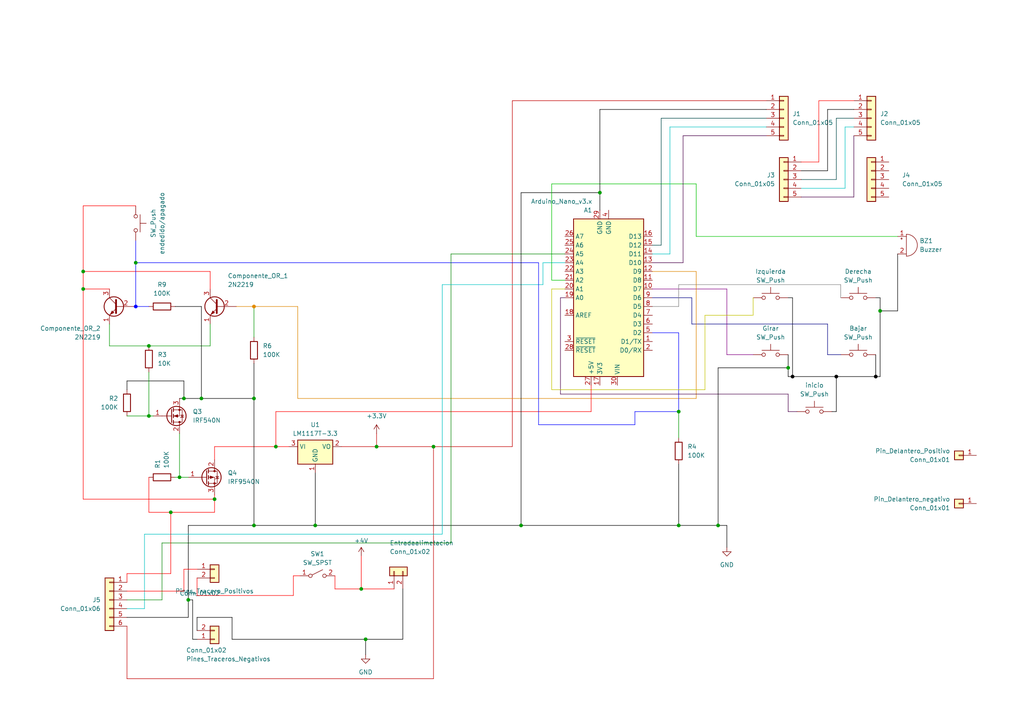
<source format=kicad_sch>
(kicad_sch (version 20230121) (generator eeschema)
  (paper "A4")
  (lib_symbols
    (symbol "Connector_Generic:Conn_01x01" (pin_names (offset 1.016) hide)
      (property "Reference" "J" (at 0 2.54 0))
      (property "Value" "Conn_01x01" (at 0 -2.54 0))
      (symbol "Conn_01x01_1_1"
        (rectangle (start -1.27 0.127) (end 0 -0.127) (stroke (width 0.1524)))
        (rectangle (start -1.27 1.27) (end 1.27 -1.27) (stroke (width 0.254)) (fill (type background)))
        (pin passive line (at -5.08 0 0) (length 3.81) (name "Pin_1") (number "1"))
      )
    )
    (symbol "Connector_Generic:Conn_01x02" (pin_names (offset 1.016) hide)
      (property "Reference" "J" (at 0 2.54 0))
      (property "Value" "Conn_01x02" (at 0 -5.08 0))
      (symbol "Conn_01x02_1_1"
        (rectangle (start -1.27 -2.413) (end 0 -2.667) (stroke (width 0.1524)))
        (rectangle (start -1.27 0.127) (end 0 -0.127) (stroke (width 0.1524)))
        (rectangle (start -1.27 1.27) (end 1.27 -3.81) (stroke (width 0.254)) (fill (type background)))
        (pin passive line (at -5.08 0 0) (length 3.81) (name "Pin_1") (number "1"))
        (pin passive line (at -5.08 -2.54 0) (length 3.81) (name "Pin_2") (number "2"))
      )
    )
    (symbol "Connector_Generic:Conn_01x05" (pin_names (offset 1.016) hide)
      (property "Reference" "J" (at 0 7.62 0))
      (property "Value" "Conn_01x05" (at 0 -7.62 0))
      (symbol "Conn_01x05_1_1"
        (rectangle (start -1.27 -4.953) (end 0 -5.207) (stroke (width 0.1524)))
        (rectangle (start -1.27 -2.413) (end 0 -2.667) (stroke (width 0.1524)))
        (rectangle (start -1.27 0.127) (end 0 -0.127) (stroke (width 0.1524)))
        (rectangle (start -1.27 2.667) (end 0 2.413) (stroke (width 0.1524)))
        (rectangle (start -1.27 5.207) (end 0 4.953) (stroke (width 0.1524)))
        (rectangle (start -1.27 6.35) (end 1.27 -6.35) (stroke (width 0.254)) (fill (type background)))
        (pin passive line (at -5.08 5.08 0) (length 3.81) (name "Pin_1") (number "1"))
        (pin passive line (at -5.08 2.54 0) (length 3.81) (name "Pin_2") (number "2"))
        (pin passive line (at -5.08 0 0) (length 3.81) (name "Pin_3") (number "3"))
        (pin passive line (at -5.08 -2.54 0) (length 3.81) (name "Pin_4") (number "4"))
        (pin passive line (at -5.08 -5.08 0) (length 3.81) (name "Pin_5") (number "5"))
      )
    )
    (symbol "Connector_Generic:Conn_01x06" (pin_names (offset 1.016) hide)
      (property "Reference" "J" (at 0 7.62 0))
      (property "Value" "Conn_01x06" (at 0 -10.16 0))
      (symbol "Conn_01x06_1_1"
        (rectangle (start -1.27 -7.493) (end 0 -7.747) (stroke (width 0.1524)))
        (rectangle (start -1.27 -4.953) (end 0 -5.207) (stroke (width 0.1524)))
        (rectangle (start -1.27 -2.413) (end 0 -2.667) (stroke (width 0.1524)))
        (rectangle (start -1.27 0.127) (end 0 -0.127) (stroke (width 0.1524)))
        (rectangle (start -1.27 2.667) (end 0 2.413) (stroke (width 0.1524)))
        (rectangle (start -1.27 5.207) (end 0 4.953) (stroke (width 0.1524)))
        (rectangle (start -1.27 6.35) (end 1.27 -8.89) (stroke (width 0.254)) (fill (type background)))
        (pin passive line (at -5.08 5.08 0) (length 3.81) (name "Pin_1") (number "1"))
        (pin passive line (at -5.08 2.54 0) (length 3.81) (name "Pin_2") (number "2"))
        (pin passive line (at -5.08 0 0) (length 3.81) (name "Pin_3") (number "3"))
        (pin passive line (at -5.08 -2.54 0) (length 3.81) (name "Pin_4") (number "4"))
        (pin passive line (at -5.08 -5.08 0) (length 3.81) (name "Pin_5") (number "5"))
        (pin passive line (at -5.08 -7.62 0) (length 3.81) (name "Pin_6") (number "6"))
      )
    )
    (symbol "Device:Buzzer" (pin_names (offset 0.0254) hide)
      (property "Reference" "BZ" (at 3.81 1.27 0))
      (property "Value" "Buzzer" (at 3.81 -1.27 0))
      (symbol "Buzzer_0_1"
        (arc (start 0 -3.175) (mid 3.1612 0) (end 0 3.175))
        (polyline (pts (xy -1.651 1.905) (xy -1.143 1.905)))
        (polyline (pts (xy -1.397 2.159) (xy -1.397 1.651)))
        (polyline (pts (xy 0 3.175) (xy 0 -3.175)))
      )
      (symbol "Buzzer_1_1"
        (pin passive line (at -2.54 2.54 0) (length 2.54) (name "+") (number "1"))
        (pin passive line (at -2.54 -2.54 0) (length 2.54) (name "-") (number "2"))
      )
    )
    (symbol "Device:R" (pin_numbers hide) (pin_names (offset 0))
      (property "Reference" "R" (at 2.032 0 90))
      (property "Value" "R" (at 0 0 90))
      (symbol "R_0_1"
        (rectangle (start -1.016 -2.54) (end 1.016 2.54) (stroke (width 0.254)))
      )
      (symbol "R_1_1"
        (pin passive line (at 0 3.81 270) (length 1.27) (name "~") (number "1"))
        (pin passive line (at 0 -3.81 90) (length 1.27) (name "~") (number "2"))
      )
    )
    (symbol "MCU_Module:Arduino_Nano_v3.x"
      (property "Reference" "A" (at -10.16 23.495 0))
      (property "Value" "Arduino_Nano_v3.x" (at 5.08 -24.13 0))
      (symbol "Arduino_Nano_v3.x_0_1"
        (rectangle (start -10.16 22.86) (end 10.16 -22.86) (stroke (width 0.254)) (fill (type background)))
      )
      (symbol "Arduino_Nano_v3.x_1_1"
        (pin bidirectional line (at -12.7 12.7 0) (length 2.54) (name "D1/TX") (number "1"))
        (pin bidirectional line (at -12.7 -2.54 0) (length 2.54) (name "D7") (number "10"))
        (pin bidirectional line (at -12.7 -5.08 0) (length 2.54) (name "D8") (number "11"))
        (pin bidirectional line (at -12.7 -7.62 0) (length 2.54) (name "D9") (number "12"))
        (pin bidirectional line (at -12.7 -10.16 0) (length 2.54) (name "D10") (number "13"))
        (pin bidirectional line (at -12.7 -12.7 0) (length 2.54) (name "D11") (number "14"))
        (pin bidirectional line (at -12.7 -15.24 0) (length 2.54) (name "D12") (number "15"))
        (pin bidirectional line (at -12.7 -17.78 0) (length 2.54) (name "D13") (number "16"))
        (pin power_out line (at 2.54 25.4 270) (length 2.54) (name "3V3") (number "17"))
        (pin input line (at 12.7 5.08 180) (length 2.54) (name "AREF") (number "18"))
        (pin bidirectional line (at 12.7 0 180) (length 2.54) (name "A0") (number "19"))
        (pin bidirectional line (at -12.7 15.24 0) (length 2.54) (name "D0/RX") (number "2"))
        (pin bidirectional line (at 12.7 -2.54 180) (length 2.54) (name "A1") (number "20"))
        (pin bidirectional line (at 12.7 -5.08 180) (length 2.54) (name "A2") (number "21"))
        (pin bidirectional line (at 12.7 -7.62 180) (length 2.54) (name "A3") (number "22"))
        (pin bidirectional line (at 12.7 -10.16 180) (length 2.54) (name "A4") (number "23"))
        (pin bidirectional line (at 12.7 -12.7 180) (length 2.54) (name "A5") (number "24"))
        (pin bidirectional line (at 12.7 -15.24 180) (length 2.54) (name "A6") (number "25"))
        (pin bidirectional line (at 12.7 -17.78 180) (length 2.54) (name "A7") (number "26"))
        (pin power_out line (at 5.08 25.4 270) (length 2.54) (name "+5V") (number "27"))
        (pin input line (at 12.7 15.24 180) (length 2.54) (name "~{RESET}") (number "28"))
        (pin power_in line (at 2.54 -25.4 90) (length 2.54) (name "GND") (number "29"))
        (pin input line (at 12.7 12.7 180) (length 2.54) (name "~{RESET}") (number "3"))
        (pin power_in line (at -2.54 25.4 270) (length 2.54) (name "VIN") (number "30"))
        (pin power_in line (at 0 -25.4 90) (length 2.54) (name "GND") (number "4"))
        (pin bidirectional line (at -12.7 10.16 0) (length 2.54) (name "D2") (number "5"))
        (pin bidirectional line (at -12.7 7.62 0) (length 2.54) (name "D3") (number "6"))
        (pin bidirectional line (at -12.7 5.08 0) (length 2.54) (name "D4") (number "7"))
        (pin bidirectional line (at -12.7 2.54 0) (length 2.54) (name "D5") (number "8"))
        (pin bidirectional line (at -12.7 0 0) (length 2.54) (name "D6") (number "9"))
      )
    )
    (symbol "Regulator_Linear:LM1117T-3.3"
      (property "Reference" "U" (at -3.81 3.175 0))
      (property "Value" "LM1117T-3.3" (at 0 3.175 0))
      (symbol "LM1117T-3.3_0_1"
        (rectangle (start -5.08 -5.08) (end 5.08 1.905) (stroke (width 0.254)) (fill (type background)))
      )
      (symbol "LM1117T-3.3_1_1"
        (pin power_in line (at 0 -7.62 90) (length 2.54) (name "GND") (number "1"))
        (pin power_out line (at 7.62 0 180) (length 2.54) (name "VO") (number "2"))
        (pin power_in line (at -7.62 0 0) (length 2.54) (name "VI") (number "3"))
      )
    )
    (symbol "Switch:SW_Push" (pin_numbers hide) (pin_names (offset 1.016) hide)
      (property "Reference" "SW" (at 1.27 2.54 0))
      (property "Value" "SW_Push" (at 0 -1.524 0))
      (symbol "SW_Push_0_1"
        (circle (center -2.032 0) (radius 0.508))
        (polyline (pts (xy 0 1.27) (xy 0 3.048)))
        (polyline (pts (xy 2.54 1.27) (xy -2.54 1.27)))
        (circle (center 2.032 0) (radius 0.508))
        (pin passive line (at -5.08 0 0) (length 2.54) (name "1") (number "1"))
        (pin passive line (at 5.08 0 180) (length 2.54) (name "2") (number "2"))
      )
    )
    (symbol "Switch:SW_SPST" (pin_names (offset 0) hide)
      (property "Reference" "SW" (at 0 3.175 0))
      (property "Value" "SW_SPST" (at 0 -2.54 0))
      (symbol "SW_SPST_0_0"
        (circle (center -2.032 0) (radius 0.508))
        (polyline (pts (xy -1.524 0.254) (xy 1.524 1.778)))
        (circle (center 2.032 0) (radius 0.508))
      )
      (symbol "SW_SPST_1_1"
        (pin passive line (at -5.08 0 0) (length 2.54) (name "A") (number "1"))
        (pin passive line (at 5.08 0 180) (length 2.54) (name "B") (number "2"))
      )
    )
    (symbol "Transistor_BJT:2N2219" (pin_names (offset 0) hide)
      (property "Reference" "Q" (at 5.08 1.905 0))
      (property "Value" "2N2219" (at 5.08 0 0))
      (symbol "2N2219_0_1"
        (polyline (pts (xy 0.635 0.635) (xy 2.54 2.54)))
        (polyline (pts (xy 0.635 -0.635) (xy 2.54 -2.54) (xy 2.54 -2.54)))
        (polyline (pts (xy 0.635 1.905) (xy 0.635 -1.905) (xy 0.635 -1.905)) (stroke (width 0.508)))
        (polyline (pts (xy 1.27 -1.778) (xy 1.778 -1.27) (xy 2.286 -2.286) (xy 1.27 -1.778) (xy 1.27 -1.778)) (fill (type outline)))
        (circle (center 1.27 0) (radius 2.8194) (stroke (width 0.254)))
      )
      (symbol "2N2219_1_1"
        (pin passive line (at 2.54 -5.08 90) (length 2.54) (name "E") (number "1"))
        (pin passive line (at -5.08 0 0) (length 5.715) (name "B") (number "2"))
        (pin passive line (at 2.54 5.08 270) (length 2.54) (name "C") (number "3"))
      )
    )
    (symbol "Transistor_FET:IRF540N" (pin_names hide)
      (property "Reference" "Q" (at 5.08 1.905 0))
      (property "Value" "IRF540N" (at 5.08 0 0))
      (symbol "IRF540N_0_1"
        (polyline (pts (xy 0.254 0) (xy -2.54 0)))
        (polyline (pts (xy 0.254 1.905) (xy 0.254 -1.905)) (stroke (width 0.254)))
        (polyline (pts (xy 0.762 -1.27) (xy 0.762 -2.286)) (stroke (width 0.254)))
        (polyline (pts (xy 0.762 0.508) (xy 0.762 -0.508)) (stroke (width 0.254)))
        (polyline (pts (xy 0.762 2.286) (xy 0.762 1.27)) (stroke (width 0.254)))
        (polyline (pts (xy 2.54 2.54) (xy 2.54 1.778)))
        (polyline (pts (xy 2.54 -2.54) (xy 2.54 0) (xy 0.762 0)))
        (polyline (pts (xy 0.762 -1.778) (xy 3.302 -1.778) (xy 3.302 1.778) (xy 0.762 1.778)))
        (polyline (pts (xy 1.016 0) (xy 2.032 0.381) (xy 2.032 -0.381) (xy 1.016 0)) (fill (type outline)))
        (polyline (pts (xy 2.794 0.508) (xy 2.921 0.381) (xy 3.683 0.381) (xy 3.81 0.254)))
        (polyline (pts (xy 3.302 0.381) (xy 2.921 -0.254) (xy 3.683 -0.254) (xy 3.302 0.381)))
        (circle (center 1.651 0) (radius 2.794) (stroke (width 0.254)))
        (circle (center 2.54 -1.778) (radius 0.254) (fill (type outline)))
        (circle (center 2.54 1.778) (radius 0.254) (fill (type outline)))
      )
      (symbol "IRF540N_1_1"
        (pin input line (at -5.08 0 0) (length 2.54) (name "G") (number "1"))
        (pin passive line (at 2.54 5.08 270) (length 2.54) (name "D") (number "2"))
        (pin passive line (at 2.54 -5.08 90) (length 2.54) (name "S") (number "3"))
      )
    )
    (symbol "Transistor_FET:IRF9540N" (pin_names hide)
      (property "Reference" "Q" (at 5.08 1.905 0))
      (property "Value" "IRF9540N" (at 5.08 0 0))
      (symbol "IRF9540N_0_1"
        (polyline (pts (xy 0.254 0) (xy -2.54 0)))
        (polyline (pts (xy 0.254 1.905) (xy 0.254 -1.905)) (stroke (width 0.254)))
        (polyline (pts (xy 0.762 -1.27) (xy 0.762 -2.286)) (stroke (width 0.254)))
        (polyline (pts (xy 0.762 0.508) (xy 0.762 -0.508)) (stroke (width 0.254)))
        (polyline (pts (xy 0.762 2.286) (xy 0.762 1.27)) (stroke (width 0.254)))
        (polyline (pts (xy 2.54 2.54) (xy 2.54 1.778)))
        (polyline (pts (xy 2.54 -2.54) (xy 2.54 0) (xy 0.762 0)))
        (polyline (pts (xy 0.762 1.778) (xy 3.302 1.778) (xy 3.302 -1.778) (xy 0.762 -1.778)))
        (polyline (pts (xy 2.286 0) (xy 1.27 0.381) (xy 1.27 -0.381) (xy 2.286 0)) (fill (type outline)))
        (polyline (pts (xy 2.794 -0.508) (xy 2.921 -0.381) (xy 3.683 -0.381) (xy 3.81 -0.254)))
        (polyline (pts (xy 3.302 -0.381) (xy 2.921 0.254) (xy 3.683 0.254) (xy 3.302 -0.381)))
        (circle (center 1.651 0) (radius 2.794) (stroke (width 0.254)))
        (circle (center 2.54 -1.778) (radius 0.254) (fill (type outline)))
        (circle (center 2.54 1.778) (radius 0.254) (fill (type outline)))
      )
      (symbol "IRF9540N_1_1"
        (pin input line (at -5.08 0 0) (length 2.54) (name "G") (number "1"))
        (pin passive line (at 2.54 5.08 270) (length 2.54) (name "D") (number "2"))
        (pin passive line (at 2.54 -5.08 90) (length 2.54) (name "S") (number "3"))
      )
    )
    (symbol "power:+3.3V" (power) (pin_names (offset 0))
      (property "Value" "+3.3V" (at 0 3.556 0))
      (symbol "+3.3V_0_1"
        (polyline (pts (xy -0.762 1.27) (xy 0 2.54)))
        (polyline (pts (xy 0 0) (xy 0 2.54)))
        (polyline (pts (xy 0 2.54) (xy 0.762 1.27)))
      )
      (symbol "+3.3V_1_1"
        (pin power_in line (at 0 0 90) (length 0) hide (name "+3.3V") (number "1"))
      )
    )
    (symbol "power:+4V" (power) (pin_names (offset 0))
      (property "Value" "+4V" (at 0 3.556 0))
      (symbol "+4V_0_1"
        (polyline (pts (xy -0.762 1.27) (xy 0 2.54)))
        (polyline (pts (xy 0 0) (xy 0 2.54)))
        (polyline (pts (xy 0 2.54) (xy 0.762 1.27)))
      )
      (symbol "+4V_1_1"
        (pin power_in line (at 0 0 90) (length 0) hide (name "+4V") (number "1"))
      )
    )
    (symbol "power:+5V" (power) (pin_names (offset 0))
      (property "Value" "+5V" (at 0 3.556 0))
      (symbol "+5V_0_1"
        (polyline (pts (xy -0.762 1.27) (xy 0 2.54)))
        (polyline (pts (xy 0 0) (xy 0 2.54)))
        (polyline (pts (xy 0 2.54) (xy 0.762 1.27)))
      )
      (symbol "+5V_1_1"
        (pin power_in line (at 0 0 90) (length 0) hide (name "+5V") (number "1"))
      )
    )
    (symbol "power:GND" (power) (pin_names (offset 0))
      (property "Value" "GND" (at 0 -3.81 0))
      (symbol "GND_0_1"
        (polyline (pts (xy 0 0) (xy 0 -1.27) (xy 1.27 -1.27) (xy 0 -2.54) (xy -1.27 -1.27) (xy 0 -1.27)))
      )
      (symbol "GND_1_1"
        (pin power_in line (at 0 0 270) (length 0) hide (name "GND") (number "1"))
      )
    )
  )
  (junction (at 73.66 88.9) (color 221 133 0 1))
  (junction (at 52.07 138.43))
  (junction (at 229.87 109.22) (color 0 0 0 1))
  (junction (at 91.44 152.4))
  (junction (at 73.66 152.4))
  (junction (at 196.85 152.4))
  (junction (at 43.18 100.33))
  (junction (at 242.57 109.22) (color 0 0 0 1))
  (junction (at 53.34 115.57))
  (junction (at 104.775 170.815))
  (junction (at 49.53 148.59))
  (junction (at 255.27 90.17))
  (junction (at 196.85 119.38))
  (junction (at 125.73 129.54))
  (junction (at 43.18 120.65))
  (junction (at 80.01 129.54))
  (junction (at 24.13 83.82))
  (junction (at 58.42 115.57))
  (junction (at 151.13 152.4))
  (junction (at 208.28 152.4))
  (junction (at 73.66 115.57))
  (junction (at 24.13 78.74))
  (junction (at 173.99 55.88))
  (junction (at 39.37 88.9) (color 0 0 255 1))
  (junction (at 54.61 173.99))
  (junction (at 109.22 129.54))
  (junction (at 254 109.22) (color 0 0 0 1))
  (junction (at 106.045 185.42))
  (junction (at 39.37 76.2))
  (junction (at 228.6 106.68))
  (junction (at 62.23 144.78))
  (wire (pts (xy 80.01 129.54) (xy 80.01 119.38)) (stroke (width 0) (color 255 0 0 1)))
  (wire (pts (xy 151.13 152.4) (xy 196.85 152.4)) (stroke (width 0) (color 0 0 0 1)))
  (wire (pts (xy 62.23 129.54) (xy 80.01 129.54)) (stroke (width 0) (color 255 0 0 1)))
  (wire (pts (xy 247.65 34.29) (xy 242.57 34.29)) (stroke (width 0) (color 0 72 72 1)))
  (wire (pts (xy 62.23 133.35) (xy 62.23 129.54)) (stroke (width 0) (color 255 0 0 1)))
  (wire (pts (xy 24.13 83.82) (xy 31.75 83.82)) (stroke (width 0) (color 255 0 0 1)))
  (wire (pts (xy 54.61 173.99) (xy 54.61 179.07)) (stroke (width 0) (color 0 0 0 1)))
  (wire (pts (xy 39.37 88.9) (xy 43.18 88.9)) (stroke (width 0) (color 0 0 255 1)))
  (wire (pts (xy 255.27 90.17) (xy 255.27 109.22)) (stroke (width 0) (color 0 0 0 1)))
  (wire (pts (xy 57.15 179.07) (xy 57.15 182.88)) (stroke (width 0) (color 0 0 0 1)))
  (wire (pts (xy 196.85 82.55) (xy 243.84 82.55)) (stroke (width 0) (color 132 132 132 1)))
  (wire (pts (xy 73.66 152.4) (xy 91.44 152.4)) (stroke (width 0) (color 0 0 0 1)))
  (wire (pts (xy 247.65 39.37) (xy 247.65 57.15)) (stroke (width 0) (color 72 0 72 1)))
  (wire (pts (xy 53.34 115.57) (xy 58.42 115.57)) (stroke (width 0) (color 0 0 0 1)))
  (wire (pts (xy 151.13 152.4) (xy 151.13 55.88)) (stroke (width 0) (color 0 0 0 1)))
  (wire (pts (xy 60.96 100.33) (xy 43.18 100.33)))
  (wire (pts (xy 194.31 36.83) (xy 194.31 73.66)) (stroke (width 0) (color 0 194 194 1)))
  (wire (pts (xy 204.47 113.03) (xy 160.02 113.03)) (stroke (width 0) (color 194 194 0 1)))
  (wire (pts (xy 53.34 165.1) (xy 53.34 171.45)) (stroke (width 0) (color 255 0 0 1)))
  (wire (pts (xy 53.34 115.57) (xy 53.34 110.49)) (stroke (width 0) (color 0 0 0 1)))
  (wire (pts (xy 228.6 114.3) (xy 162.56 114.3)) (stroke (width 0) (color 72 0 72 1)))
  (wire (pts (xy 128.27 82.55) (xy 128.27 154.94)) (stroke (width 0) (color 0 194 194 1)))
  (wire (pts (xy 242.57 109.22) (xy 254 109.22)) (stroke (width 0) (color 0 0 0 1)))
  (wire (pts (xy 245.11 54.61) (xy 245.11 36.83)) (stroke (width 0) (color 0 194 194 1)))
  (wire (pts (xy 62.23 148.59) (xy 49.53 148.59)) (stroke (width 0) (color 255 0 0 1)))
  (wire (pts (xy 157.48 76.2) (xy 157.48 82.55)) (stroke (width 0) (color 0 194 194 1)))
  (wire (pts (xy 36.83 120.65) (xy 43.18 120.65)))
  (wire (pts (xy 60.96 93.98) (xy 60.96 100.33)))
  (wire (pts (xy 184.15 123.19) (xy 156.21 123.19)) (stroke (width 0) (color 0 0 255 1)))
  (wire (pts (xy 160.02 81.28) (xy 160.02 53.34)) (stroke (width 0) (color 0 194 0 1)))
  (wire (pts (xy 196.85 152.4) (xy 208.28 152.4)) (stroke (width 0) (color 0 0 0 1)))
  (wire (pts (xy 231.14 119.38) (xy 228.6 119.38)) (stroke (width 0) (color 72 0 72 1)))
  (wire (pts (xy 160.02 83.82) (xy 163.83 83.82)) (stroke (width 0) (color 194 194 0 1)))
  (wire (pts (xy 228.6 119.38) (xy 228.6 114.3)) (stroke (width 0) (color 72 0 72 1)))
  (wire (pts (xy 52.07 125.73) (xy 52.07 138.43)))
  (wire (pts (xy 196.85 152.4) (xy 196.85 134.62)) (stroke (width 0) (color 0 0 0 1)))
  (wire (pts (xy 210.82 83.82) (xy 189.23 83.82)) (stroke (width 0) (color 132 0 132 1)))
  (wire (pts (xy 43.18 138.43) (xy 43.18 148.59)) (stroke (width 0) (color 255 0 0 1)))
  (wire (pts (xy 189.23 71.12) (xy 191.77 71.12)) (stroke (width 0) (color 0 72 72 1)))
  (wire (pts (xy 232.41 49.53) (xy 240.03 49.53)) (stroke (width 0) (color 0 0 0 1)))
  (wire (pts (xy 31.75 100.33) (xy 43.18 100.33)))
  (wire (pts (xy 229.87 86.36) (xy 229.87 109.22)) (stroke (width 0) (color 0 0 0 1)))
  (wire (pts (xy 49.53 148.59) (xy 43.18 148.59)) (stroke (width 0) (color 255 0 0 1)))
  (wire (pts (xy 254 109.22) (xy 255.27 109.22)) (stroke (width 0) (color 0 0 0 1)))
  (wire (pts (xy 173.99 55.88) (xy 173.99 31.75)) (stroke (width 0) (color 0 0 0 1)))
  (wire (pts (xy 125.73 196.85) (xy 36.83 196.85)) (stroke (width 0) (color 194 0 0 1)))
  (wire (pts (xy 173.99 55.88) (xy 173.99 60.96)) (stroke (width 0) (color 0 0 0 1)))
  (wire (pts (xy 54.61 173.99) (xy 55.88 173.99)) (stroke (width 0) (color 0 0 0 1)))
  (wire (pts (xy 52.07 138.43) (xy 54.61 138.43)))
  (wire (pts (xy 50.8 138.43) (xy 52.07 138.43)))
  (wire (pts (xy 73.66 105.41) (xy 73.66 115.57)) (stroke (width 0) (color 0 0 0 1)))
  (wire (pts (xy 49.53 166.37) (xy 36.83 166.37)) (stroke (width 0) (color 255 0 0 1)))
  (wire (pts (xy 99.06 129.54) (xy 109.22 129.54)) (stroke (width 0) (color 194 0 0 1)))
  (wire (pts (xy 201.93 68.58) (xy 260.35 68.58)) (stroke (width 0) (color 0 194 0 1)))
  (wire (pts (xy 255.27 90.17) (xy 260.35 90.17)) (stroke (width 0) (color 0 0 0 1)))
  (wire (pts (xy 58.42 115.57) (xy 58.42 88.9)) (stroke (width 0) (color 0 0 0 1)))
  (wire (pts (xy 210.82 102.87) (xy 210.82 83.82)) (stroke (width 0) (color 132 0 132 1)))
  (wire (pts (xy 36.83 173.99) (xy 46.99 173.99)) (stroke (width 0) (color 0 132 0 1)))
  (wire (pts (xy 36.83 176.53) (xy 41.91 176.53)) (stroke (width 0) (color 0 194 194 1)))
  (wire (pts (xy 130.81 73.66) (xy 130.81 157.48)) (stroke (width 0) (color 0 132 0 1)))
  (wire (pts (xy 39.37 69.85) (xy 39.37 76.2)) (stroke (width 0) (color 0 0 255 1)))
  (wire (pts (xy 201.93 115.57) (xy 86.36 115.57)) (stroke (width 0) (color 221 133 0 1)))
  (wire (pts (xy 39.37 76.2) (xy 156.21 76.2)) (stroke (width 0) (color 0 0 255 1)))
  (wire (pts (xy 237.49 46.99) (xy 232.41 46.99)) (stroke (width 0) (color 255 16 14 1)))
  (wire (pts (xy 36.83 196.85) (xy 36.83 181.61)) (stroke (width 0) (color 194 0 0 1)))
  (wire (pts (xy 228.6 109.22) (xy 228.6 106.68)) (stroke (width 0) (color 0 0 0 1)))
  (wire (pts (xy 240.03 102.87) (xy 240.03 93.98)) (stroke (width 0) (color 0 0 132 1)))
  (wire (pts (xy 240.03 49.53) (xy 240.03 31.75)) (stroke (width 0) (color 0 0 0 1)))
  (wire (pts (xy 53.34 110.49) (xy 36.83 110.49)) (stroke (width 0) (color 0 0 0 1)))
  (wire (pts (xy 109.22 129.54) (xy 125.73 129.54)) (stroke (width 0) (color 194 0 0 1)))
  (wire (pts (xy 62.23 144.78) (xy 24.13 144.78)) (stroke (width 0) (color 255 0 0 1)))
  (wire (pts (xy 191.77 71.12) (xy 191.77 34.29)) (stroke (width 0) (color 0 72 72 1)))
  (wire (pts (xy 218.44 91.44) (xy 204.47 91.44)) (stroke (width 0) (color 194 194 0 1)))
  (wire (pts (xy 242.57 109.22) (xy 242.57 119.38)) (stroke (width 0) (color 0 0 0 1)))
  (wire (pts (xy 57.15 172.72) (xy 57.15 167.64)) (stroke (width 0) (color 255 0 0 1)))
  (wire (pts (xy 189.23 96.52) (xy 196.85 96.52)) (stroke (width 0) (color 0 0 255 1)))
  (wire (pts (xy 156.21 123.19) (xy 156.21 76.2)) (stroke (width 0) (color 0 0 255 1)))
  (wire (pts (xy 243.84 102.87) (xy 240.03 102.87)) (stroke (width 0) (color 0 0 132 1)))
  (wire (pts (xy 116.84 170.815) (xy 116.84 185.42)) (stroke (width 0) (color 0 0 0 1)))
  (wire (pts (xy 208.28 152.4) (xy 208.28 106.68)) (stroke (width 0) (color 0 0 0 1)))
  (wire (pts (xy 62.23 143.51) (xy 62.23 144.78)) (stroke (width 0) (color 255 0 0 1)))
  (wire (pts (xy 189.23 88.9) (xy 196.85 88.9)) (stroke (width 0) (color 132 132 132 1)))
  (wire (pts (xy 85.09 172.72) (xy 57.15 172.72)) (stroke (width 0) (color 255 0 0 1)))
  (wire (pts (xy 114.3 170.815) (xy 104.775 170.815)) (stroke (width 0) (color 255 0 0 1)))
  (wire (pts (xy 184.15 119.38) (xy 184.15 123.19)) (stroke (width 0) (color 0 0 255 1)))
  (wire (pts (xy 151.13 55.88) (xy 173.99 55.88)) (stroke (width 0) (color 0 0 0 1)))
  (wire (pts (xy 201.93 78.74) (xy 201.93 115.57)) (stroke (width 0) (color 221 133 0 1)))
  (wire (pts (xy 148.59 29.21) (xy 222.25 29.21)) (stroke (width 0) (color 194 0 0 1)))
  (wire (pts (xy 204.47 91.44) (xy 204.47 113.03)) (stroke (width 0) (color 194 194 0 1)))
  (wire (pts (xy 245.11 36.83) (xy 247.65 36.83)) (stroke (width 0) (color 0 194 194 1)))
  (wire (pts (xy 91.44 152.4) (xy 91.44 137.16)) (stroke (width 0) (color 0 0 0 1)))
  (wire (pts (xy 162.56 86.36) (xy 163.83 86.36)) (stroke (width 0) (color 72 0 72 1)))
  (wire (pts (xy 228.6 86.36) (xy 229.87 86.36)) (stroke (width 0) (color 0 0 0 1)))
  (wire (pts (xy 163.83 73.66) (xy 130.81 73.66)) (stroke (width 0) (color 0 132 0 1)))
  (wire (pts (xy 184.15 119.38) (xy 196.85 119.38)) (stroke (width 0) (color 0 0 255 1)))
  (wire (pts (xy 130.81 157.48) (xy 46.99 157.48)) (stroke (width 0) (color 0 132 0 1)))
  (wire (pts (xy 36.83 166.37) (xy 36.83 168.91)) (stroke (width 0) (color 255 0 0 1)))
  (wire (pts (xy 43.18 107.95) (xy 43.18 120.65)))
  (wire (pts (xy 247.65 57.15) (xy 232.41 57.15)) (stroke (width 0) (color 72 0 72 1)))
  (wire (pts (xy 24.13 78.74) (xy 60.96 78.74)) (stroke (width 0) (color 255 0 0 1)))
  (wire (pts (xy 91.44 152.4) (xy 151.13 152.4)) (stroke (width 0) (color 0 0 0 1)))
  (wire (pts (xy 240.03 93.98) (xy 200.66 93.98)) (stroke (width 0) (color 0 0 132 1)))
  (wire (pts (xy 222.25 36.83) (xy 194.31 36.83)) (stroke (width 0) (color 0 194 194 1)))
  (wire (pts (xy 85.09 167.005) (xy 85.09 172.72)) (stroke (width 0) (color 255 0 0 1)))
  (wire (pts (xy 55.88 173.99) (xy 55.88 185.42)) (stroke (width 0) (color 0 0 0 1)))
  (wire (pts (xy 73.66 88.9) (xy 73.66 97.79)))
  (wire (pts (xy 54.61 173.99) (xy 54.61 152.4)) (stroke (width 0) (color 0 0 0 1)))
  (wire (pts (xy 189.23 78.74) (xy 201.93 78.74)) (stroke (width 0) (color 221 133 0 1)))
  (wire (pts (xy 198.12 76.2) (xy 189.23 76.2)) (stroke (width 0) (color 72 0 72 1)))
  (wire (pts (xy 73.66 88.9) (xy 86.36 88.9)) (stroke (width 0) (color 221 133 0 1)))
  (wire (pts (xy 196.85 96.52) (xy 196.85 119.38)) (stroke (width 0) (color 0 0 255 1)))
  (wire (pts (xy 39.37 76.2) (xy 39.37 88.9)) (stroke (width 0) (color 0 0 255 1)))
  (wire (pts (xy 53.34 171.45) (xy 36.83 171.45)) (stroke (width 0) (color 255 0 0 1)))
  (wire (pts (xy 196.85 88.9) (xy 196.85 82.55)) (stroke (width 0) (color 132 132 132 1)))
  (wire (pts (xy 218.44 102.87) (xy 210.82 102.87)) (stroke (width 0) (color 132 0 132 1)))
  (wire (pts (xy 46.99 157.48) (xy 46.99 173.99)) (stroke (width 0) (color 0 132 0 1)))
  (wire (pts (xy 52.07 115.57) (xy 53.34 115.57)) (stroke (width 0) (color 0 0 0 1)))
  (wire (pts (xy 218.44 86.36) (xy 218.44 91.44)) (stroke (width 0) (color 194 194 0 1)))
  (wire (pts (xy 106.045 185.42) (xy 106.045 189.865)) (stroke (width 0) (color 0 0 0 1)))
  (wire (pts (xy 109.22 125.73) (xy 109.22 129.54)) (stroke (width 0) (color 194 0 0 1)))
  (wire (pts (xy 53.34 165.1) (xy 57.15 165.1)) (stroke (width 0) (color 255 0 0 1)))
  (wire (pts (xy 240.03 31.75) (xy 247.65 31.75)) (stroke (width 0) (color 0 0 0 1)))
  (wire (pts (xy 242.57 34.29) (xy 242.57 52.07)) (stroke (width 0) (color 0 72 72 1)))
  (wire (pts (xy 97.155 170.815) (xy 97.155 167.005)) (stroke (width 0) (color 255 0 0 1)))
  (wire (pts (xy 67.31 185.42) (xy 106.045 185.42)) (stroke (width 0) (color 0 0 0 1)))
  (wire (pts (xy 210.82 152.4) (xy 210.82 158.75)) (stroke (width 0) (color 0 0 0 1)))
  (wire (pts (xy 49.53 148.59) (xy 49.53 166.37)) (stroke (width 0) (color 255 0 0 1)))
  (wire (pts (xy 222.25 39.37) (xy 198.12 39.37)) (stroke (width 0) (color 72 0 72 1)))
  (wire (pts (xy 194.31 73.66) (xy 189.23 73.66)) (stroke (width 0) (color 0 194 194 1)))
  (wire (pts (xy 125.73 129.54) (xy 148.59 129.54)) (stroke (width 0) (color 194 0 0 1)))
  (wire (pts (xy 160.02 53.34) (xy 201.93 53.34)) (stroke (width 0) (color 0 194 0 1)))
  (wire (pts (xy 163.83 76.2) (xy 157.48 76.2)) (stroke (width 0) (color 0 194 194 1)))
  (wire (pts (xy 196.85 119.38) (xy 196.85 127)))
  (wire (pts (xy 31.75 93.98) (xy 31.75 100.33)))
  (wire (pts (xy 173.99 31.75) (xy 222.25 31.75)) (stroke (width 0) (color 0 0 0 1)))
  (wire (pts (xy 86.36 115.57) (xy 86.36 88.9)) (stroke (width 0) (color 221 133 0 1)))
  (wire (pts (xy 241.3 119.38) (xy 242.57 119.38)) (stroke (width 0) (color 0 0 0 1)))
  (wire (pts (xy 243.84 82.55) (xy 243.84 86.36)) (stroke (width 0) (color 132 132 132 1)))
  (wire (pts (xy 200.66 86.36) (xy 189.23 86.36)) (stroke (width 0) (color 0 0 132 1)))
  (wire (pts (xy 157.48 82.55) (xy 128.27 82.55)) (stroke (width 0) (color 0 194 194 1)))
  (wire (pts (xy 208.28 152.4) (xy 210.82 152.4)) (stroke (width 0) (color 0 0 0 1)))
  (wire (pts (xy 163.83 81.28) (xy 160.02 81.28)) (stroke (width 0) (color 0 194 0 1)))
  (wire (pts (xy 68.58 88.9) (xy 73.66 88.9)) (stroke (width 0) (color 221 133 0 1)))
  (wire (pts (xy 125.73 129.54) (xy 125.73 196.85)) (stroke (width 0) (color 194 0 0 1)))
  (wire (pts (xy 255.27 86.36) (xy 255.27 90.17)) (stroke (width 0) (color 0 0 0 1)))
  (wire (pts (xy 104.775 170.815) (xy 97.155 170.815)) (stroke (width 0) (color 255 0 0 1)))
  (wire (pts (xy 54.61 152.4) (xy 73.66 152.4)) (stroke (width 0) (color 0 0 0 1)))
  (wire (pts (xy 104.775 161.29) (xy 104.775 170.815)) (stroke (width 0) (color 255 0 0 1)))
  (wire (pts (xy 232.41 54.61) (xy 245.11 54.61)) (stroke (width 0) (color 0 194 194 1)))
  (wire (pts (xy 67.31 185.42) (xy 67.31 179.07)) (stroke (width 0) (color 0 0 0 1)))
  (wire (pts (xy 260.35 90.17) (xy 260.35 73.66)) (stroke (width 0) (color 0 0 0 1)))
  (wire (pts (xy 43.18 120.65) (xy 44.45 120.65)))
  (wire (pts (xy 41.91 154.94) (xy 41.91 176.53)) (stroke (width 0) (color 0 194 194 1)))
  (wire (pts (xy 62.23 144.78) (xy 62.23 148.59)) (stroke (width 0) (color 255 0 0 1)))
  (wire (pts (xy 254 86.36) (xy 255.27 86.36)) (stroke (width 0) (color 0 0 0 1)))
  (wire (pts (xy 86.995 167.005) (xy 85.09 167.005)) (stroke (width 0) (color 255 0 0 1)))
  (wire (pts (xy 54.61 179.07) (xy 36.83 179.07)) (stroke (width 0) (color 0 0 0 1)))
  (wire (pts (xy 247.65 29.21) (xy 237.49 29.21)) (stroke (width 0) (color 255 16 14 1)))
  (wire (pts (xy 55.88 185.42) (xy 57.15 185.42)) (stroke (width 0) (color 0 0 0 1)))
  (wire (pts (xy 73.66 115.57) (xy 73.66 152.4)) (stroke (width 0) (color 0 0 0 1)))
  (wire (pts (xy 60.96 78.74) (xy 60.96 83.82)) (stroke (width 0) (color 255 0 0 1)))
  (wire (pts (xy 254 102.87) (xy 254 109.22)) (stroke (width 0) (color 0 0 0 1)))
  (wire (pts (xy 67.31 179.07) (xy 57.15 179.07)) (stroke (width 0) (color 0 0 0 1)))
  (wire (pts (xy 58.42 115.57) (xy 73.66 115.57)) (stroke (width 0) (color 0 0 0 1)))
  (wire (pts (xy 80.01 119.38) (xy 171.45 119.38)) (stroke (width 0) (color 255 0 0 1)))
  (wire (pts (xy 242.57 52.07) (xy 232.41 52.07)) (stroke (width 0) (color 0 72 72 1)))
  (wire (pts (xy 200.66 93.98) (xy 200.66 86.36)) (stroke (width 0) (color 0 0 132 1)))
  (wire (pts (xy 80.01 129.54) (xy 83.82 129.54)) (stroke (width 0) (color 255 0 0 1)))
  (wire (pts (xy 198.12 39.37) (xy 198.12 76.2)) (stroke (width 0) (color 72 0 72 1)))
  (wire (pts (xy 128.27 154.94) (xy 41.91 154.94)) (stroke (width 0) (color 0 194 194 1)))
  (wire (pts (xy 24.13 78.74) (xy 24.13 83.82)) (stroke (width 0) (color 255 0 0 1)))
  (wire (pts (xy 36.83 110.49) (xy 36.83 113.03)) (stroke (width 0) (color 0 0 0 1)))
  (wire (pts (xy 24.13 144.78) (xy 24.13 83.82)) (stroke (width 0) (color 255 0 0 1)))
  (wire (pts (xy 229.87 109.22) (xy 242.57 109.22)) (stroke (width 0) (color 0 0 0 1)))
  (wire (pts (xy 171.45 119.38) (xy 171.45 111.76)) (stroke (width 0) (color 255 0 0 1)))
  (wire (pts (xy 148.59 129.54) (xy 148.59 29.21)) (stroke (width 0) (color 194 0 0 1)))
  (wire (pts (xy 191.77 34.29) (xy 222.25 34.29)) (stroke (width 0) (color 0 72 72 1)))
  (wire (pts (xy 106.045 185.42) (xy 116.84 185.42)) (stroke (width 0) (color 0 0 0 1)))
  (wire (pts (xy 201.93 53.34) (xy 201.93 68.58)) (stroke (width 0) (color 0 194 0 1)))
  (wire (pts (xy 24.13 59.69) (xy 39.37 59.69)) (stroke (width 0) (color 255 0 0 1)))
  (wire (pts (xy 208.28 106.68) (xy 228.6 106.68)) (stroke (width 0) (color 0 0 0 1)))
  (wire (pts (xy 237.49 29.21) (xy 237.49 46.99)) (stroke (width 0) (color 255 16 14 1)))
  (wire (pts (xy 229.87 109.22) (xy 228.6 109.22)) (stroke (width 0) (color 0 0 0 1)))
  (wire (pts (xy 24.13 59.69) (xy 24.13 78.74)) (stroke (width 0) (color 255 0 0 1)))
  (wire (pts (xy 50.8 88.9) (xy 58.42 88.9)) (stroke (width 0) (color 0 0 0 1)))
  (wire (pts (xy 162.56 114.3) (xy 162.56 86.36)) (stroke (width 0) (color 72 0 72 1)))
  (wire (pts (xy 228.6 106.68) (xy 228.6 102.87)) (stroke (width 0) (color 0 0 0 1)))
  (wire (pts (xy 160.02 113.03) (xy 160.02 83.82)) (stroke (width 0) (color 194 194 0 1)))
  (symbol (lib_id "Switch:SW_Push") (at 39.37 64.77 270) (unit 1)
    (property "Reference" "endedido/apagado" (at 46.99 64.77 0))
    (property "Value" "SW_Push" (at 44.45 64.77 0))
  )
  (symbol (lib_id "Device:R") (at 36.83 116.84 0) (mirror y) (unit 1)
    (property "Reference" "R2" (at 34.29 115.57 0) (effects (justify left)))
    (property "Value" "100K" (at 34.29 118.11 0) (effects (justify left)))
  )
  (symbol (lib_id "Connector_Generic:Conn_01x02") (at 114.3 165.735 90) (unit 1)
    (property "Reference" "Entradaalimetacion" (at 113.03 157.48 90) (effects (justify right)))
    (property "Value" "Conn_01x02" (at 113.03 160.02 90) (effects (justify right)))
    (property "Footprint" "Connector:JWT_A3963_1x02_P3.96mm_Vertical" (effects hide))
  )
  (symbol (lib_id "Switch:SW_Push") (at 223.52 102.87 0) (unit 1)
    (property "Reference" "Girar" (at 223.52 95.25 0))
    (property "Value" "SW_Push" (at 223.52 97.79 0))
  )
  (symbol (lib_id "Connector_Generic:Conn_01x01") (at 278.13 146.05 0) (mirror y) (unit 1)
    (property "Reference" "Pin_Delantero_negativo" (at 275.59 144.78 0) (effects (justify left)))
    (property "Value" "Conn_01x01" (at 275.59 147.32 0) (effects (justify left)))
    (property "Footprint" "Pin_Delantero_negativo" (effects hide))
  )
  (symbol (lib_id "Connector_Generic:Conn_01x01") (at 278.13 132.08 0) (mirror y) (unit 1)
    (property "Reference" "Pin_Delantero_Positivo" (at 275.59 130.81 0) (effects (justify left)))
    (property "Value" "Conn_01x01" (at 275.59 133.35 0) (effects (justify left)))
  )
  (symbol (lib_id "Device:R") (at 73.66 101.6 180) (unit 1)
    (property "Reference" "R6" (at 76.2 100.33 0) (effects (justify right)))
    (property "Value" "100K" (at 76.2 102.87 0) (effects (justify right)))
  )
  (symbol (lib_id "Switch:SW_SPST") (at 92.075 167.005 0) (unit 1)
    (property "Reference" "SW1" (at 92.075 160.655 0))
    (property "Value" "SW_SPST" (at 92.075 163.195 0))
  )
  (symbol (lib_id "Switch:SW_Push") (at 248.92 86.36 0) (unit 1)
    (property "Reference" "Derecha" (at 248.92 78.74 0))
    (property "Value" "SW_Push" (at 248.92 81.28 0))
  )
  (symbol (lib_id "Device:R") (at 46.99 88.9 90) (unit 1)
    (property "Reference" "R9" (at 46.99 82.55 90))
    (property "Value" "100K" (at 46.99 85.09 90))
    (property "Footprint" "Resistor_SMD:R_0805_2012Metric" (effects hide))
  )
  (symbol (lib_id "Transistor_BJT:2N2219") (at 34.29 88.9 0) (mirror y) (unit 1)
    (property "Reference" "Componente_OR_2" (at 29.21 95.25 0) (effects (justify left)))
    (property "Value" "2N2219" (at 29.21 97.79 0) (effects (justify left)))
    (property "Footprint" "Package_TO_SOT_SMD:SOT-23" (effects hide))
    (property "Datasheet" "http://www.onsemi.com/pub_link/Collateral/2N2219-D.PDF" (effects hide))
  )
  (symbol (lib_id "power:+5V") (at -6.35 -59.69 0) (unit 1)
    (property "Reference" "#PWR03" (effects hide))
    (property "Value" "+5V" (at -6.35 -64.77 0))
  )
  (symbol (lib_id "Device:R") (at 43.18 104.14 0) (unit 1)
    (property "Reference" "R3" (at 45.72 102.87 0) (effects (justify left)))
    (property "Value" "10K" (at 45.72 105.41 0) (effects (justify left)))
  )
  (symbol (lib_id "Connector_Generic:Conn_01x02") (at 62.23 165.1 0) (unit 1)
    (property "Reference" "Pines_Tracero_Positivos" (at 50.8 171.45 0) (effects (justify left)))
    (property "Value" "Conn_01x02" (at 52.07 172.085 0) (effects (justify left)))
  )
  (symbol (lib_id "Regulator_Linear:LM1117T-3.3") (at 91.44 129.54 0) (unit 1)
    (property "Reference" "U1" (at 91.44 123.19 0))
    (property "Value" "LM1117T-3.3" (at 91.44 125.73 0))
    (property "Footprint" "Package_TO_SOT_THT:TO-220-3_Horizontal_TabDown" (effects hide))
    (property "Datasheet" "http://www.ti.com/lit/ds/symlink/lm1117.pdf" (effects hide))
  )
  (symbol (lib_id "Switch:SW_Push") (at 236.22 119.38 0) (unit 1)
    (property "Reference" "inicio" (at 236.22 111.76 0))
    (property "Value" "SW_Push" (at 236.22 114.3 0))
  )
  (symbol (lib_id "power:+3.3V") (at 109.22 125.73 0) (unit 1)
    (property "Reference" "#PWR02" (effects hide))
    (property "Value" "+3.3V" (at 109.22 120.65 0))
  )
  (symbol (lib_id "Switch:SW_Push") (at 248.92 102.87 0) (unit 1)
    (property "Reference" "Bajar" (at 248.92 95.25 0))
    (property "Value" "SW_Push" (at 248.92 97.79 0))
  )
  (symbol (lib_id "Transistor_FET:IRF9540N") (at 59.69 138.43 0) (unit 1)
    (property "Reference" "Q4" (at 66.04 137.16 0) (effects (justify left)))
    (property "Value" "IRF9540N" (at 66.04 139.7 0) (effects (justify left)))
    (property "Footprint" "Package_TO_SOT_THT:TO-220-3_Vertical" (effects hide))
    (property "Datasheet" "http://www.irf.com/product-info/datasheets/data/irf9540n.pdf" (effects hide))
  )
  (symbol (lib_id "Device:R") (at 196.85 130.81 0) (unit 1)
    (property "Reference" "R4" (at 199.39 129.54 0) (effects (justify left)))
    (property "Value" "100K" (at 199.39 132.08 0) (effects (justify left)))
  )
  (symbol (lib_id "MCU_Module:Arduino_Nano_v3.x") (at 176.53 86.36 180) (unit 1)
    (property "Reference" "A1" (at 171.7959 60.96 0) (effects (justify left)))
    (property "Value" "Arduino_Nano_v3.x" (at 171.7959 58.42 0) (effects (justify left)))
    (property "Footprint" "Module:Arduino_Nano" (effects hide))
    (property "Datasheet" "http://www.mouser.com/pdfdocs/Gravitech_Arduino_Nano3_0.pdf" (effects hide))
  )
  (symbol (lib_id "Device:R") (at 46.99 138.43 90) (unit 1)
    (property "Reference" "R1" (at 45.72 135.89 0) (effects (justify left)))
    (property "Value" "100K" (at 48.26 135.89 0) (effects (justify left)))
  )
  (symbol (lib_id "Connector_Generic:Conn_01x06") (at 31.75 173.99 0) (mirror y) (unit 1)
    (property "Reference" "J5" (at 29.21 173.99 0) (effects (justify left)))
    (property "Value" "Conn_01x06" (at 29.21 176.53 0) (effects (justify left)))
  )
  (symbol (lib_id "Transistor_BJT:2N2219") (at 63.5 88.9 0) (mirror y) (unit 1)
    (property "Reference" "Componente_OR_1" (at 66.04 80.01 0) (effects (justify right)))
    (property "Value" "2N2219" (at 66.04 82.55 0) (effects (justify right)))
    (property "Footprint" "Package_TO_SOT_SMD:SOT-23" (effects hide))
    (property "Datasheet" "http://www.onsemi.com/pub_link/Collateral/2N2219-D.PDF" (effects hide))
  )
  (symbol (lib_id "power:+4V") (at 104.775 161.29 0) (unit 1)
    (property "Reference" "#PWR04" (effects hide))
    (property "Value" "+4V" (at 104.775 156.845 0))
  )
  (symbol (lib_id "Connector_Generic:Conn_01x05") (at 227.33 52.07 0) (mirror y) (unit 1)
    (property "Reference" "J3" (at 224.79 50.8 0) (effects (justify left)))
    (property "Value" "Conn_01x05" (at 224.79 53.34 0) (effects (justify left)))
  )
  (symbol (lib_id "Transistor_FET:IRF540N") (at 49.53 120.65 0) (mirror x) (unit 1)
    (property "Reference" "Q3" (at 55.88 119.38 0) (effects (justify left)))
    (property "Value" "IRF540N" (at 55.88 121.92 0) (effects (justify left)))
    (property "Footprint" "Package_TO_SOT_THT:TO-220-3_Vertical" (effects hide))
    (property "Datasheet" "http://www.irf.com/product-info/datasheets/data/irf540n.pdf" (effects hide))
  )
  (symbol (lib_id "power:GND") (at 210.82 158.75 0) (unit 1)
    (property "Reference" "#PWR01" (effects hide))
    (property "Value" "GND" (at 210.82 163.83 0))
  )
  (symbol (lib_id "power:GND") (at 106.045 189.865 0) (unit 1)
    (property "Reference" "#PWR05" (effects hide))
    (property "Value" "GND" (at 106.045 194.945 0))
  )
  (symbol (lib_id "Connector_Generic:Conn_01x05") (at 252.73 34.29 0) (unit 1)
    (property "Reference" "J2" (at 255.27 33.02 0) (effects (justify left)))
    (property "Value" "Conn_01x05" (at 255.27 35.56 0) (effects (justify left)))
  )
  (symbol (lib_id "Connector_Generic:Conn_01x02") (at 62.23 185.42 0) (mirror x) (unit 1)
    (property "Reference" "Pines_Traceros_Negativos" (at 53.975 191.135 0) (effects (justify left)))
    (property "Value" "Conn_01x02" (at 53.975 188.595 0) (effects (justify left)))
  )
  (symbol (lib_id "Device:Buzzer") (at 262.89 71.12 0) (unit 1)
    (property "Reference" "BZ1" (at 266.7 69.85 0) (effects (justify left)))
    (property "Value" "Buzzer" (at 266.7 72.39 0) (effects (justify left)))
  )
  (symbol (lib_id "Switch:SW_Push") (at 223.52 86.36 0) (unit 1)
    (property "Reference" "Izquierda" (at 223.52 78.74 0))
    (property "Value" "SW_Push" (at 223.52 81.28 0))
  )
  (symbol (lib_id "Connector_Generic:Conn_01x05") (at 252.73 52.07 0) (mirror y) (unit 1)
    (property "Reference" "J4" (at 261.62 50.8 0) (effects (justify right)))
    (property "Value" "Conn_01x05" (at 261.62 53.34 0) (effects (justify right)))
  )
  (symbol (lib_id "Connector_Generic:Conn_01x05") (at 227.33 34.29 0) (unit 1)
    (property "Reference" "J1" (at 229.87 33.02 0) (effects (justify left)))
    (property "Value" "Conn_01x05" (at 229.87 35.56 0) (effects (justify left)))
  )
)
</source>
